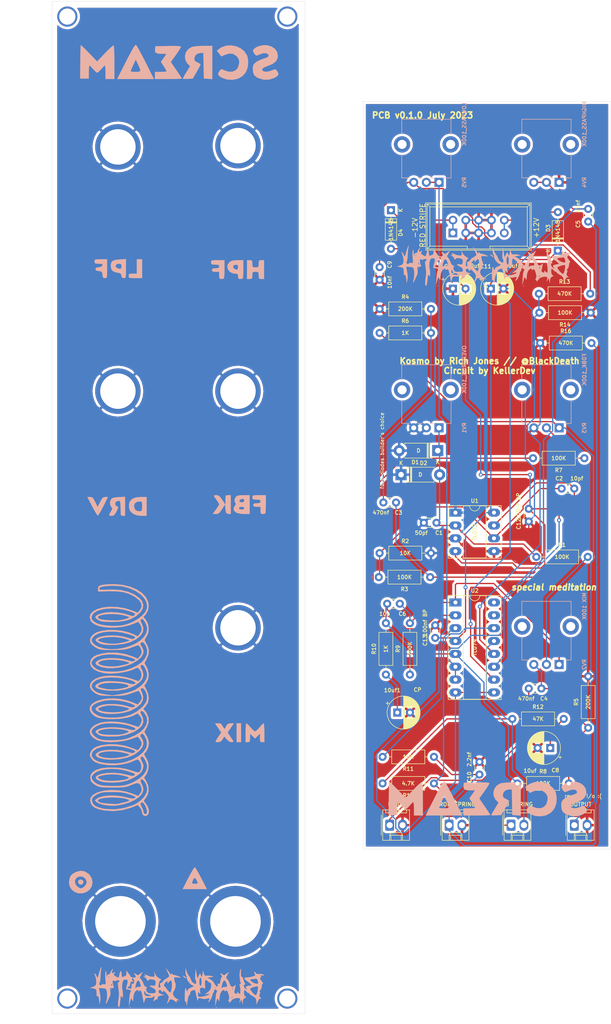
<source format=kicad_pcb>
(kicad_pcb (version 20171130) (host pcbnew "(5.1.12-1-10_14)")
  (layers (0 F.Cu signal) (31 B.Cu signal) (34 B.Paste user) (35 F.Paste user) (36 B.SilkS user) (37 F.SilkS user) (38 B.Mask user) (39 F.Mask user) (44 Edge.Cuts user))
  (net 0 "")
  (net 1 "Net-(10uf1-Pad1)")
  (net 2 GND)
  (net 3 "Net-(C1-Pad2)")
  (net 4 "Net-(C1-Pad1)")
  (net 5 "Net-(C2-Pad1)")
  (net 6 "Net-(C2-Pad2)")
  (net 7 "Net-(C3-Pad2)")
  (net 8 "Net-(C4-Pad2)")
  (net 9 "Net-(C4-Pad1)")
  (net 10 "Net-(C5-Pad2)")
  (net 11 "Net-(C5-Pad1)")
  (net 12 "Net-(C6-Pad1)")
  (net 13 "Net-(C6-Pad2)")
  (net 14 "Net-(C12-Pad2)")
  (net 15 "Net-(C8-Pad1)")
  (net 16 "Net-(C9-Pad1)")
  (net 17 "Net-(C10-Pad1)")
  (net 18 "Net-(C11-Pad1)")
  (net 19 "Net-(D3-Pad2)")
  (net 20 "Net-(D4-Pad1)")
  (net 21 "Net-(J2-Pad1)")
  (net 22 "Net-(R1-Pad2)")
  (net 23 "Net-(R7-Pad1)")
  (net 24 "Net-(R7-Pad2)")
  (net 25 "Net-(R11-Pad2)")
  (net 26 "Net-(J3-Pad2)")
  (net 27 "Net-(R13-Pad1)")
  (net 28 "Net-(J3-Pad1)")
  (net 29 "Net-(RV5-Pad1)")
  (module ao_tht:BD3 (layer B.Cu) (at 403.75 -19.5 180)
    (fp_text reference G*** hide)
    (fp_text value LOGO hide)
  )
  (module ao_tht:scream5 (layer B.Cu) (at 404 86.25 180)
    (fp_text reference G*** hide)
    (fp_text value LOGO hide)
  )
  (module ao_tht:spring2 (layer B.Cu) (at 331 66.25 180)
    (fp_text reference G*** hide)
    (fp_text value LOGO hide)
  )
  (module ao_tht:mix (layer B.Cu) (at 355.25 73 180)
    (fp_text reference G*** hide)
    (fp_text value LOGO hide)
  )
  (module ao_tht:drv (layer B.Cu) (at 331.25 27.75 180)
    (fp_text reference G*** hide)
    (fp_text value LOGO hide)
  )
  (module ao_tht:fbk (layer B.Cu) (at 355 27.75 180)
    (fp_text reference G*** hide)
    (fp_text value LOGO hide)
  )
  (module ao_tht:lpf (layer B.Cu) (at 331.25 -18.5 180)
    (fp_text reference G*** hide)
    (fp_text value LOGO hide)
  )
  (module ao_tht:hpf (layer B.Cu) (at 355 -18.5 180)
    (fp_text reference G*** hide)
    (fp_text value LOGO hide)
  )
  (module ao_tht:scream5 (layer B.Cu) (at 343 -59.25 180)
    (fp_text reference G*** hide)
    (fp_text value LOGO hide)
  )
  (module ao_tht:CP_Radial_D6.3mm_P2.50mm (layer F.Cu) (at 386.5 68.75)
    (fp_text reference 10uf1 (at -1 -4.4) (layer F.SilkS) (effects (font (size 0.75 0.75))))
    (fp_text value CP)
    (fp_text user %V (at 4 -4.5) (layer F.SilkS) (effects (font (size 0.75 0.75))))
    (pad 1 thru_hole rect (at 0 0) (size 1.6 1.6) (drill 0.8) (layers *.Cu *.Mask) (net 1 "Net-(10uf1-Pad1)"))
    (pad 2 thru_hole circle (at 2.5 0) (size 1.6 1.6) (drill 0.8) (layers *.Cu *.Mask) (net 2 GND))
  )
  (module ao_tht:C_Disc_D3.0mm_W1.6mm_P2.50mm (layer F.Cu) (at 394.25 31.25 180)
    (fp_text reference C1 (at -0.5 -2) (layer F.SilkS) (effects (font (size 0.75 0.75))))
    (fp_text value 50pf)
    (fp_text user %V (at 3 -2) (layer F.SilkS) (effects (font (size 0.75 0.75))))
    (pad 2 thru_hole circle (at 2.5 0 180) (size 1.6 1.6) (drill 0.8) (layers *.Cu *.Mask) (net 3 "Net-(C1-Pad2)"))
    (pad 1 thru_hole circle (at 0 0 180) (size 1.6 1.6) (drill 0.8) (layers *.Cu *.Mask) (net 4 "Net-(C1-Pad1)"))
  )
  (module ao_tht:C_Disc_D3.0mm_W1.6mm_P2.50mm (layer F.Cu) (at 419 24.5)
    (fp_text reference C2 (at -0.5 -2) (layer F.SilkS) (effects (font (size 0.75 0.75))))
    (fp_text value 10pf)
    (fp_text user %V (at 3 -2) (layer F.SilkS) (effects (font (size 0.75 0.75))))
    (pad 1 thru_hole circle (at 0 0) (size 1.6 1.6) (drill 0.8) (layers *.Cu *.Mask) (net 5 "Net-(C2-Pad1)"))
    (pad 2 thru_hole circle (at 2.5 0) (size 1.6 1.6) (drill 0.8) (layers *.Cu *.Mask) (net 6 "Net-(C2-Pad2)"))
  )
  (module ao_tht:C_Disc_D3.0mm_W1.6mm_P2.50mm (layer F.Cu) (at 386.25 27.25 180)
    (fp_text reference C3 (at -0.5 -2) (layer F.SilkS) (effects (font (size 0.75 0.75))))
    (fp_text value 470nf)
    (fp_text user %V (at 3 -2) (layer F.SilkS) (effects (font (size 0.75 0.75))))
    (pad 1 thru_hole circle (at 0 0 180) (size 1.6 1.6) (drill 0.8) (layers *.Cu *.Mask) (net 6 "Net-(C2-Pad2)"))
    (pad 2 thru_hole circle (at 2.5 0 180) (size 1.6 1.6) (drill 0.8) (layers *.Cu *.Mask) (net 7 "Net-(C3-Pad2)"))
  )
  (module ao_tht:C_Disc_D3.0mm_W1.6mm_P2.50mm (layer F.Cu) (at 415 64 180)
    (fp_text reference C4 (at -0.5 -2) (layer F.SilkS) (effects (font (size 0.75 0.75))))
    (fp_text value 470nf)
    (fp_text user %V (at 3 -2) (layer F.SilkS) (effects (font (size 0.75 0.75))))
    (pad 2 thru_hole circle (at 2.5 0 180) (size 1.6 1.6) (drill 0.8) (layers *.Cu *.Mask) (net 8 "Net-(C4-Pad2)"))
    (pad 1 thru_hole circle (at 0 0 180) (size 1.6 1.6) (drill 0.8) (layers *.Cu *.Mask) (net 9 "Net-(C4-Pad1)"))
  )
  (module ao_tht:C_Disc_D3.0mm_W1.6mm_P2.50mm (layer F.Cu) (at 424.25 -28.25 90)
    (fp_text reference C5 (at -0.5 -2 90) (layer F.SilkS) (effects (font (size 0.75 0.75))))
    (fp_text value 47nf)
    (fp_text user %V (at 3 -2 90) (layer F.SilkS) (effects (font (size 0.75 0.75))))
    (pad 2 thru_hole circle (at 2.5 0 90) (size 1.6 1.6) (drill 0.8) (layers *.Cu *.Mask) (net 10 "Net-(C5-Pad2)"))
    (pad 1 thru_hole circle (at 0 0 90) (size 1.6 1.6) (drill 0.8) (layers *.Cu *.Mask) (net 11 "Net-(C5-Pad1)"))
  )
  (module ao_tht:C_Disc_D3.0mm_W1.6mm_P2.50mm (layer F.Cu) (at 387 47.25 180)
    (fp_text reference C6 (at -0.5 -2) (layer F.SilkS) (effects (font (size 0.75 0.75))))
    (fp_text value 10p)
    (fp_text user %V (at 3 -2) (layer F.SilkS) (effects (font (size 0.75 0.75))))
    (pad 1 thru_hole circle (at 0 0 180) (size 1.6 1.6) (drill 0.8) (layers *.Cu *.Mask) (net 12 "Net-(C6-Pad1)"))
    (pad 2 thru_hole circle (at 2.5 0 180) (size 1.6 1.6) (drill 0.8) (layers *.Cu *.Mask) (net 13 "Net-(C6-Pad2)"))
  )
  (module ao_tht:CP_Radial_D6.3mm_P2.50mm (layer F.Cu) (at 416.75 75.75 180)
    (fp_text reference C8 (at -1 -4.4) (layer F.SilkS) (effects (font (size 0.75 0.75))))
    (fp_text value 10uf)
    (fp_text user %V (at 4 -4.5) (layer F.SilkS) (effects (font (size 0.75 0.75))))
    (pad 1 thru_hole rect (at 0 0 180) (size 1.6 1.6) (drill 0.8) (layers *.Cu *.Mask) (net 15 "Net-(C8-Pad1)"))
    (pad 2 thru_hole circle (at 2.5 0 180) (size 1.6 1.6) (drill 0.8) (layers *.Cu *.Mask) (net 2 GND))
  )
  (module ao_tht:C_Disc_D3.0mm_W1.6mm_P2.50mm (layer F.Cu) (at 383 -19.25 270)
    (fp_text reference C9 (at -0.5 -2 90) (layer F.SilkS) (effects (font (size 0.75 0.75))))
    (fp_text value 10nf)
    (fp_text user %V (at 3 -2 90) (layer F.SilkS) (effects (font (size 0.75 0.75))))
    (pad 1 thru_hole circle (at 0 0 270) (size 1.6 1.6) (drill 0.8) (layers *.Cu *.Mask) (net 16 "Net-(C9-Pad1)"))
    (pad 2 thru_hole circle (at 2.5 0 270) (size 1.6 1.6) (drill 0.8) (layers *.Cu *.Mask) (net 2 GND))
  )
  (module ao_tht:C_Disc_D3.0mm_W1.6mm_P2.50mm (layer F.Cu) (at 402.75 81 90)
    (fp_text reference C10 (at -0.5 -2 90) (layer F.SilkS) (effects (font (size 0.75 0.75))))
    (fp_text value 2.2nf)
    (fp_text user %V (at 3 -2 90) (layer F.SilkS) (effects (font (size 0.75 0.75))))
    (pad 1 thru_hole circle (at 0 0 90) (size 1.6 1.6) (drill 0.8) (layers *.Cu *.Mask) (net 17 "Net-(C10-Pad1)"))
    (pad 2 thru_hole circle (at 2.5 0 90) (size 1.6 1.6) (drill 0.8) (layers *.Cu *.Mask) (net 2 GND))
  )
  (module ao_tht:CP_Radial_D6.3mm_P2.50mm (layer F.Cu) (at 405 -15)
    (fp_text reference C11 (at -1 -4.4) (layer F.SilkS) (effects (font (size 0.75 0.75))))
    (fp_text value 10uf)
    (fp_text user %V (at 4 -4.5) (layer F.SilkS) (effects (font (size 0.75 0.75))))
    (pad 2 thru_hole circle (at 2.5 0) (size 1.6 1.6) (drill 0.8) (layers *.Cu *.Mask) (net 2 GND))
    (pad 1 thru_hole rect (at 0 0) (size 1.6 1.6) (drill 0.8) (layers *.Cu *.Mask) (net 18 "Net-(C11-Pad1)"))
  )
  (module ao_tht:C_Disc_D3.0mm_W1.6mm_P2.50mm (layer F.Cu) (at 412.5 31 90)
    (fp_text reference C12 (at -0.5 -2 90) (layer F.SilkS) (effects (font (size 0.75 0.75))))
    (fp_text value "100nf BP")
    (fp_text user %V (at 3 -2 90) (layer F.SilkS) (effects (font (size 0.75 0.75))))
    (pad 2 thru_hole circle (at 2.5 0 90) (size 1.6 1.6) (drill 0.8) (layers *.Cu *.Mask) (net 14 "Net-(C12-Pad2)"))
    (pad 1 thru_hole circle (at 0 0 90) (size 1.6 1.6) (drill 0.8) (layers *.Cu *.Mask) (net 2 GND))
  )
  (module ao_tht:C_Disc_D3.0mm_W1.6mm_P2.50mm (layer F.Cu) (at 394 54 90)
    (fp_text reference C13 (at -0.5 -2 90) (layer F.SilkS) (effects (font (size 0.75 0.75))))
    (fp_text value "100nf BP")
    (fp_text user %V (at 3 -2 90) (layer F.SilkS) (effects (font (size 0.75 0.75))))
    (pad 1 thru_hole circle (at 0 0 90) (size 1.6 1.6) (drill 0.8) (layers *.Cu *.Mask) (net 18 "Net-(C11-Pad1)"))
    (pad 2 thru_hole circle (at 2.5 0 90) (size 1.6 1.6) (drill 0.8) (layers *.Cu *.Mask) (net 2 GND))
  )
  (module ao_tht:D_DO-41_SOD81_P7.62mm_Horizontal (layer F.Cu) (at 394.5 17 180)
    (fp_text reference D1 (at 4.445 -2.286) (layer F.SilkS) (effects (font (size 0.75 0.75))))
    (fp_text value D)
    (fp_text user K (at 0 -2.286) (layer F.SilkS) (effects (font (size 0.75 0.75))))
    (fp_text user %V (at 3.81 0) (layer F.SilkS) (effects (font (size 0.75 0.75))))
    (pad 2 thru_hole oval (at 7.62 0 180) (size 2.2 2.2) (drill 1.1) (layers *.Cu *.Mask) (net 3 "Net-(C1-Pad2)"))
    (pad 1 thru_hole rect (at 0 0 180) (size 2.2 2.2) (drill 1.1) (layers *.Cu *.Mask) (net 4 "Net-(C1-Pad1)"))
  )
  (module ao_tht:D_DO-41_SOD81_P7.62mm_Horizontal (layer F.Cu) (at 387.25 21.75)
    (fp_text reference D2 (at 4.445 -2.286) (layer F.SilkS) (effects (font (size 0.75 0.75))))
    (fp_text value D)
    (fp_text user %V (at 3.81 0) (layer F.SilkS) (effects (font (size 0.75 0.75))))
    (fp_text user K (at 0 -2.286) (layer F.SilkS) (effects (font (size 0.75 0.75))))
    (pad 1 thru_hole rect (at 0 0) (size 2.2 2.2) (drill 1.1) (layers *.Cu *.Mask) (net 3 "Net-(C1-Pad2)"))
    (pad 2 thru_hole oval (at 7.62 0) (size 2.2 2.2) (drill 1.1) (layers *.Cu *.Mask) (net 4 "Net-(C1-Pad1)"))
  )
  (module ao_tht:D_DO-35_SOD27_P7.62mm_Horizontal (layer F.Cu) (at 418.25 -22.5 90)
    (fp_text reference D3 (at 4.445 -1.905 270) (layer F.SilkS) (effects (font (size 0.75 0.75))))
    (fp_text value 1N4148)
    (fp_text user K (at 0 -1.905 270) (layer F.SilkS) (effects (font (size 0.75 0.75))))
    (fp_text user %V (at 3.81 0 270) (layer F.SilkS) (effects (font (size 0.75 0.75))))
    (pad 2 thru_hole oval (at 7.62 0 90) (size 1.6 1.6) (drill 0.8) (layers *.Cu *.Mask) (net 19 "Net-(D3-Pad2)"))
    (pad 1 thru_hole rect (at 0 0 90) (size 1.6 1.6) (drill 0.8) (layers *.Cu *.Mask) (net 18 "Net-(C11-Pad1)"))
  )
  (module ao_tht:D_DO-35_SOD27_P7.62mm_Horizontal (layer F.Cu) (at 385.25 -30.5 270)
    (fp_text reference D4 (at 4.445 -1.905 270) (layer F.SilkS) (effects (font (size 0.75 0.75))))
    (fp_text value 1N4148)
    (fp_text user %V (at 3.81 0 270) (layer F.SilkS) (effects (font (size 0.75 0.75))))
    (fp_text user K (at 0 -1.905 270) (layer F.SilkS) (effects (font (size 0.75 0.75))))
    (pad 1 thru_hole rect (at 0 0 270) (size 1.6 1.6) (drill 0.8) (layers *.Cu *.Mask) (net 20 "Net-(D4-Pad1)"))
    (pad 2 thru_hole oval (at 7.62 0 270) (size 1.6 1.6) (drill 0.8) (layers *.Cu *.Mask) (net 14 "Net-(C12-Pad2)"))
  )
  (module ao_tht:Molex_KK-254_AE-6410-02A_1x02_P2.54mm_Vertical (layer F.Cu) (at 385 91)
    (fp_text reference INPUT (at 1.27 -4.12) (layer F.SilkS) (effects (font (size 0.75 0.75))))
    (fp_text value INPUT)
    (pad 2 thru_hole oval (at 2.54 0) (size 1.74 2.2) (drill 1.2) (layers *.Cu *.Mask) (net 2 GND))
    (pad 1 thru_hole roundrect (at 0 0) (size 1.74 2.2) (drill 1.2) (layers *.Cu *.Mask) (roundrect_rratio 0.143678) (net 8 "Net-(C4-Pad2)"))
  )
  (module ao_tht:Molex_KK-254_AE-6410-02A_1x02_P2.54mm_Vertical (layer F.Cu) (at 421.5 91)
    (fp_text reference OUTPUT (at 1.27 -4.12) (layer F.SilkS) (effects (font (size 0.75 0.75))))
    (fp_text value OUTPUT)
    (pad 1 thru_hole roundrect (at 0 0) (size 1.74 2.2) (drill 1.2) (layers *.Cu *.Mask) (roundrect_rratio 0.143678) (net 21 "Net-(J2-Pad1)"))
    (pad 2 thru_hole oval (at 2.54 0) (size 1.74 2.2) (drill 1.2) (layers *.Cu *.Mask) (net 2 GND))
  )
  (module ao_tht:Power_Header (layer F.Cu) (at 397.5 -26 90)
    (fp_text reference J5 (at -10.25 6.5 270) (layer F.SilkS) (effects (font (size 0.75 0.75))))
    (fp_text value Synth_power_2x5)
    (fp_text user +12V (at 1 16.5 270) (layer F.SilkS))
    (fp_text user -12V (at 1 -7.5 270) (layer F.SilkS))
    (fp_text user "RED STRIPE" (at 1.5 -6 270) (layer F.SilkS))
    (pad 1 thru_hole rect (at 0 0 90) (size 1.7272 1.7272) (drill 1.016) (layers *.Cu *.Mask) (net 20 "Net-(D4-Pad1)"))
    (pad 2 thru_hole oval (at 2.54 0 90) (size 1.7272 1.7272) (drill 1.016) (layers *.Cu *.Mask) (net 20 "Net-(D4-Pad1)"))
    (pad 3 thru_hole oval (at 0 2.54 90) (size 1.7272 1.7272) (drill 1.016) (layers *.Cu *.Mask) (net 2 GND))
    (pad 4 thru_hole oval (at 2.54 2.54 90) (size 1.7272 1.7272) (drill 1.016) (layers *.Cu *.Mask) (net 2 GND))
    (pad 5 thru_hole oval (at 0 5.08 90) (size 1.7272 1.7272) (drill 1.016) (layers *.Cu *.Mask) (net 2 GND))
    (pad 6 thru_hole oval (at 2.54 5.08 90) (size 1.7272 1.7272) (drill 1.016) (layers *.Cu *.Mask) (net 2 GND))
    (pad 7 thru_hole oval (at 0 7.62 90) (size 1.7272 1.7272) (drill 1.016) (layers *.Cu *.Mask) (net 2 GND))
    (pad 8 thru_hole oval (at 2.54 7.62 90) (size 1.7272 1.7272) (drill 1.016) (layers *.Cu *.Mask) (net 2 GND))
    (pad 9 thru_hole oval (at 0 10.16 90) (size 1.7272 1.7272) (drill 1.016) (layers *.Cu *.Mask) (net 19 "Net-(D3-Pad2)"))
    (pad 10 thru_hole oval (at 2.54 10.16 90) (size 1.7272 1.7272) (drill 1.016) (layers *.Cu *.Mask) (net 19 "Net-(D3-Pad2)"))
  )
  (module ao_tht:R_Axial_DIN0207_L6.3mm_D2.5mm_P10.16mm_Horizontal (layer F.Cu) (at 414 38)
    (fp_text reference R1 (at 5.08 -2.37) (layer F.SilkS) (effects (font (size 0.75 0.75))))
    (fp_text value 100K)
    (fp_text user %V (at 5.08 0) (layer F.SilkS) (effects (font (size 0.75 0.75))))
    (pad 2 thru_hole oval (at 10.16 0) (size 1.6 1.6) (drill 0.8) (layers *.Cu *.Mask) (net 22 "Net-(R1-Pad2)"))
    (pad 1 thru_hole circle (at 0 0) (size 1.6 1.6) (drill 0.8) (layers *.Cu *.Mask) (net 4 "Net-(C1-Pad1)"))
  )
  (module ao_tht:R_Axial_DIN0207_L6.3mm_D2.5mm_P10.16mm_Horizontal (layer F.Cu) (at 383 37.25)
    (fp_text reference R2 (at 5.08 -2.37) (layer F.SilkS) (effects (font (size 0.75 0.75))))
    (fp_text value 10K)
    (fp_text user %V (at 5.08 0) (layer F.SilkS) (effects (font (size 0.75 0.75))))
    (pad 2 thru_hole oval (at 10.16 0) (size 1.6 1.6) (drill 0.8) (layers *.Cu *.Mask) (net 3 "Net-(C1-Pad2)"))
    (pad 1 thru_hole circle (at 0 0) (size 1.6 1.6) (drill 0.8) (layers *.Cu *.Mask) (net 5 "Net-(C2-Pad1)"))
  )
  (module ao_tht:R_Axial_DIN0207_L6.3mm_D2.5mm_P10.16mm_Horizontal (layer F.Cu) (at 393 42 180)
    (fp_text reference R3 (at 5.08 -2.37) (layer F.SilkS) (effects (font (size 0.75 0.75))))
    (fp_text value 100K)
    (fp_text user %V (at 5.08 0) (layer F.SilkS) (effects (font (size 0.75 0.75))))
    (pad 1 thru_hole circle (at 0 0 180) (size 1.6 1.6) (drill 0.8) (layers *.Cu *.Mask) (net 6 "Net-(C2-Pad2)"))
    (pad 2 thru_hole oval (at 10.16 0 180) (size 1.6 1.6) (drill 0.8) (layers *.Cu *.Mask) (net 5 "Net-(C2-Pad1)"))
  )
  (module ao_tht:R_Axial_DIN0207_L6.3mm_D2.5mm_P10.16mm_Horizontal (layer F.Cu) (at 383 -11)
    (fp_text reference R4 (at 5.08 -2.37) (layer F.SilkS) (effects (font (size 0.75 0.75))))
    (fp_text value 200K)
    (fp_text user %V (at 5.08 0) (layer F.SilkS) (effects (font (size 0.75 0.75))))
    (pad 1 thru_hole circle (at 0 0) (size 1.6 1.6) (drill 0.8) (layers *.Cu *.Mask) (net 2 GND))
    (pad 2 thru_hole oval (at 10.16 0) (size 1.6 1.6) (drill 0.8) (layers *.Cu *.Mask) (net 7 "Net-(C3-Pad2)"))
  )
  (module ao_tht:R_Axial_DIN0207_L6.3mm_D2.5mm_P10.16mm_Horizontal (layer F.Cu) (at 424.25 71.75 90)
    (fp_text reference R5 (at 5.08 -2.37 90) (layer F.SilkS) (effects (font (size 0.75 0.75))))
    (fp_text value 200K)
    (fp_text user %V (at 5.08 0 90) (layer F.SilkS) (effects (font (size 0.75 0.75))))
    (pad 2 thru_hole oval (at 10.16 0 90) (size 1.6 1.6) (drill 0.8) (layers *.Cu *.Mask) (net 2 GND))
    (pad 1 thru_hole circle (at 0 0 90) (size 1.6 1.6) (drill 0.8) (layers *.Cu *.Mask) (net 9 "Net-(C4-Pad1)"))
  )
  (module ao_tht:R_Axial_DIN0207_L6.3mm_D2.5mm_P10.16mm_Horizontal (layer F.Cu) (at 383 -6.25)
    (fp_text reference R6 (at 5.08 -2.37) (layer F.SilkS) (effects (font (size 0.75 0.75))))
    (fp_text value 1K)
    (fp_text user %V (at 5.08 0) (layer F.SilkS) (effects (font (size 0.75 0.75))))
    (pad 2 thru_hole oval (at 10.16 0) (size 1.6 1.6) (drill 0.8) (layers *.Cu *.Mask) (net 7 "Net-(C3-Pad2)"))
    (pad 1 thru_hole circle (at 0 0) (size 1.6 1.6) (drill 0.8) (layers *.Cu *.Mask) (net 21 "Net-(J2-Pad1)"))
  )
  (module ao_tht:R_Axial_DIN0207_L6.3mm_D2.5mm_P10.16mm_Horizontal (layer F.Cu) (at 423.5 18.5 180)
    (fp_text reference R7 (at 5.08 -2.37) (layer F.SilkS) (effects (font (size 0.75 0.75))))
    (fp_text value 100K)
    (fp_text user %V (at 5.08 0) (layer F.SilkS) (effects (font (size 0.75 0.75))))
    (pad 1 thru_hole circle (at 0 0 180) (size 1.6 1.6) (drill 0.8) (layers *.Cu *.Mask) (net 23 "Net-(R7-Pad1)"))
    (pad 2 thru_hole oval (at 10.16 0 180) (size 1.6 1.6) (drill 0.8) (layers *.Cu *.Mask) (net 24 "Net-(R7-Pad2)"))
  )
  (module ao_tht:R_Axial_DIN0207_L6.3mm_D2.5mm_P10.16mm_Horizontal (layer F.Cu) (at 410.25 82.75)
    (fp_text reference R8 (at 5.08 -2.37) (layer F.SilkS) (effects (font (size 0.75 0.75))))
    (fp_text value 100K)
    (fp_text user %V (at 5.08 0) (layer F.SilkS) (effects (font (size 0.75 0.75))))
    (pad 1 thru_hole circle (at 0 0) (size 1.6 1.6) (drill 0.8) (layers *.Cu *.Mask) (net 24 "Net-(R7-Pad2)"))
    (pad 2 thru_hole oval (at 10.16 0) (size 1.6 1.6) (drill 0.8) (layers *.Cu *.Mask) (net 9 "Net-(C4-Pad1)"))
  )
  (module ao_tht:R_Axial_DIN0207_L6.3mm_D2.5mm_P10.16mm_Horizontal (layer F.Cu) (at 389 61.25 90)
    (fp_text reference R9 (at 5.08 -2.37 90) (layer F.SilkS) (effects (font (size 0.75 0.75))))
    (fp_text value 200K)
    (fp_text user %V (at 5.08 0 90) (layer F.SilkS) (effects (font (size 0.75 0.75))))
    (pad 1 thru_hole circle (at 0 0 90) (size 1.6 1.6) (drill 0.8) (layers *.Cu *.Mask) (net 13 "Net-(C6-Pad2)"))
    (pad 2 thru_hole oval (at 10.16 0 90) (size 1.6 1.6) (drill 0.8) (layers *.Cu *.Mask) (net 12 "Net-(C6-Pad1)"))
  )
  (module ao_tht:R_Axial_DIN0207_L6.3mm_D2.5mm_P10.16mm_Horizontal (layer F.Cu) (at 384.25 61.25 90)
    (fp_text reference R10 (at 5.08 -2.37 90) (layer F.SilkS) (effects (font (size 0.75 0.75))))
    (fp_text value 1K)
    (fp_text user %V (at 5.08 0 90) (layer F.SilkS) (effects (font (size 0.75 0.75))))
    (pad 2 thru_hole oval (at 10.16 0 90) (size 1.6 1.6) (drill 0.8) (layers *.Cu *.Mask) (net 13 "Net-(C6-Pad2)"))
    (pad 1 thru_hole circle (at 0 0 90) (size 1.6 1.6) (drill 0.8) (layers *.Cu *.Mask) (net 1 "Net-(10uf1-Pad1)"))
  )
  (module ao_tht:R_Axial_DIN0207_L6.3mm_D2.5mm_P10.16mm_Horizontal (layer F.Cu) (at 393.75 77.5 180)
    (fp_text reference R11 (at 5.08 -2.37) (layer F.SilkS) (effects (font (size 0.75 0.75))))
    (fp_text value 10K)
    (fp_text user %V (at 5.08 0) (layer F.SilkS) (effects (font (size 0.75 0.75))))
    (pad 1 thru_hole circle (at 0 0 180) (size 1.6 1.6) (drill 0.8) (layers *.Cu *.Mask) (net 17 "Net-(C10-Pad1)"))
    (pad 2 thru_hole oval (at 10.16 0 180) (size 1.6 1.6) (drill 0.8) (layers *.Cu *.Mask) (net 25 "Net-(R11-Pad2)"))
  )
  (module ao_tht:R_Axial_DIN0207_L6.3mm_D2.5mm_P10.16mm_Horizontal (layer F.Cu) (at 409.25 70)
    (fp_text reference R12 (at 5.08 -2.37) (layer F.SilkS) (effects (font (size 0.75 0.75))))
    (fp_text value 47K)
    (fp_text user %V (at 5.08 0) (layer F.SilkS) (effects (font (size 0.75 0.75))))
    (pad 2 thru_hole oval (at 10.16 0) (size 1.6 1.6) (drill 0.8) (layers *.Cu *.Mask) (net 15 "Net-(C8-Pad1)"))
    (pad 1 thru_hole circle (at 0 0) (size 1.6 1.6) (drill 0.8) (layers *.Cu *.Mask) (net 26 "Net-(J3-Pad2)"))
  )
  (module ao_tht:R_Axial_DIN0207_L6.3mm_D2.5mm_P10.16mm_Horizontal (layer F.Cu) (at 414.5 -14)
    (fp_text reference R13 (at 5.08 -2.37) (layer F.SilkS) (effects (font (size 0.75 0.75))))
    (fp_text value 470K)
    (fp_text user %V (at 5.08 0) (layer F.SilkS) (effects (font (size 0.75 0.75))))
    (pad 1 thru_hole circle (at 0 0) (size 1.6 1.6) (drill 0.8) (layers *.Cu *.Mask) (net 27 "Net-(R13-Pad1)"))
    (pad 2 thru_hole oval (at 10.16 0) (size 1.6 1.6) (drill 0.8) (layers *.Cu *.Mask) (net 16 "Net-(C9-Pad1)"))
  )
  (module ao_tht:R_Axial_DIN0207_L6.3mm_D2.5mm_P10.16mm_Horizontal (layer F.Cu) (at 424.75 -10.25 180)
    (fp_text reference R14 (at 5.08 -2.37) (layer F.SilkS) (effects (font (size 0.75 0.75))))
    (fp_text value 100K)
    (fp_text user %V (at 5.08 0) (layer F.SilkS) (effects (font (size 0.75 0.75))))
    (pad 1 thru_hole circle (at 0 0 180) (size 1.6 1.6) (drill 0.8) (layers *.Cu *.Mask) (net 2 GND))
    (pad 2 thru_hole oval (at 10.16 0 180) (size 1.6 1.6) (drill 0.8) (layers *.Cu *.Mask) (net 27 "Net-(R13-Pad1)"))
  )
  (module ao_tht:R_Axial_DIN0207_L6.3mm_D2.5mm_P10.16mm_Horizontal (layer F.Cu) (at 393.75 82.75 180)
    (fp_text reference R15 (at 5.08 -2.37) (layer F.SilkS) (effects (font (size 0.75 0.75))))
    (fp_text value 4.7K)
    (fp_text user %V (at 5.08 0) (layer F.SilkS) (effects (font (size 0.75 0.75))))
    (pad 2 thru_hole oval (at 10.16 0 180) (size 1.6 1.6) (drill 0.8) (layers *.Cu *.Mask) (net 26 "Net-(J3-Pad2)"))
    (pad 1 thru_hole circle (at 0 0 180) (size 1.6 1.6) (drill 0.8) (layers *.Cu *.Mask) (net 28 "Net-(J3-Pad1)"))
  )
  (module ao_tht:R_Axial_DIN0207_L6.3mm_D2.5mm_P10.16mm_Horizontal (layer F.Cu) (at 414.75 -4.25)
    (fp_text reference R16 (at 5.08 -2.37) (layer F.SilkS) (effects (font (size 0.75 0.75))))
    (fp_text value 470K)
    (fp_text user %V (at 5.08 0) (layer F.SilkS) (effects (font (size 0.75 0.75))))
    (pad 2 thru_hole oval (at 10.16 0) (size 1.6 1.6) (drill 0.8) (layers *.Cu *.Mask) (net 17 "Net-(C10-Pad1)"))
    (pad 1 thru_hole circle (at 0 0) (size 1.6 1.6) (drill 0.8) (layers *.Cu *.Mask) (net 2 GND))
  )
  (module ao_tht:Potentiometer_Alpha_RD901F-40-00D_Single_Vertical_CircularHoles_centered (layer B.Cu) (at 392.25 5 90)
    (fp_text reference RV1 (at -7.5 7.5 90) (layer B.SilkS) (effects (font (size 0.75 0.75)) (justify mirror)))
    (fp_text value OVERDRIVE_100K)
    (fp_text user %V (at 4 7.5 270) (layer B.SilkS) (effects (font (size 0.75 0.75)) (justify mirror)))
    (pad 1 thru_hole rect (at -7.5 2.5) (size 1.8 1.8) (drill 1) (layers *.Cu *.Mask) (net 4 "Net-(C1-Pad1)"))
    (pad 2 thru_hole circle (at -7.5 0) (size 1.8 1.8) (drill 1) (layers *.Cu *.Mask) (net 3 "Net-(C1-Pad2)"))
    (pad 3 thru_hole circle (at -7.5 -2.5) (size 1.8 1.8) (drill 1) (layers *.Cu *.Mask) (net 3 "Net-(C1-Pad2)"))
    (pad "" thru_hole circle (at 0 -4.8) (size 3.24 3.24) (drill 1.8) (layers *.Cu *.Mask))
    (pad "" thru_hole circle (at 0 4.8) (size 3.24 3.24) (drill 1.8) (layers *.Cu *.Mask))
  )
  (module ao_tht:Potentiometer_Alpha_RD901F-40-00D_Single_Vertical_CircularHoles_centered (layer B.Cu) (at 416 51.75 90)
    (fp_text reference RV2 (at -7.5 7.5 90) (layer B.SilkS) (effects (font (size 0.75 0.75)) (justify mirror)))
    (fp_text value "MIX 100K")
    (fp_text user %V (at 4 7.5 270) (layer B.SilkS) (effects (font (size 0.75 0.75)) (justify mirror)))
    (pad 1 thru_hole rect (at -7.5 2.5) (size 1.8 1.8) (drill 1) (layers *.Cu *.Mask) (net 12 "Net-(C6-Pad1)"))
    (pad 2 thru_hole circle (at -7.5 0) (size 1.8 1.8) (drill 1) (layers *.Cu *.Mask) (net 22 "Net-(R1-Pad2)"))
    (pad 3 thru_hole circle (at -7.5 -2.5) (size 1.8 1.8) (drill 1) (layers *.Cu *.Mask) (net 9 "Net-(C4-Pad1)"))
    (pad "" thru_hole circle (at 0 -4.8) (size 3.24 3.24) (drill 1.8) (layers *.Cu *.Mask))
    (pad "" thru_hole circle (at 0 4.8) (size 3.24 3.24) (drill 1.8) (layers *.Cu *.Mask))
  )
  (module ao_tht:Potentiometer_Alpha_RD901F-40-00D_Single_Vertical_CircularHoles_centered (layer B.Cu) (at 416 5 90)
    (fp_text reference RV3 (at -7.5 7.5 90) (layer B.SilkS) (effects (font (size 0.75 0.75)) (justify mirror)))
    (fp_text value FDBK_100K)
    (fp_text user %V (at 4 7.5 270) (layer B.SilkS) (effects (font (size 0.75 0.75)) (justify mirror)))
    (pad "" thru_hole circle (at 0 4.8) (size 3.24 3.24) (drill 1.8) (layers *.Cu *.Mask))
    (pad "" thru_hole circle (at 0 -4.8) (size 3.24 3.24) (drill 1.8) (layers *.Cu *.Mask))
    (pad 3 thru_hole circle (at -7.5 -2.5) (size 1.8 1.8) (drill 1) (layers *.Cu *.Mask) (net 2 GND))
    (pad 2 thru_hole circle (at -7.5 0) (size 1.8 1.8) (drill 1) (layers *.Cu *.Mask) (net 23 "Net-(R7-Pad1)"))
    (pad 1 thru_hole rect (at -7.5 2.5) (size 1.8 1.8) (drill 1) (layers *.Cu *.Mask) (net 21 "Net-(J2-Pad1)"))
  )
  (module ao_tht:Potentiometer_Alpha_RD901F-40-00D_Single_Vertical_CircularHoles_centered (layer B.Cu) (at 416 -43.5 90)
    (fp_text reference RV4 (at -7.5 7.5 90) (layer B.SilkS) (effects (font (size 0.75 0.75)) (justify mirror)))
    (fp_text value HIGHPASS_100K)
    (fp_text user %V (at 4 7.5 270) (layer B.SilkS) (effects (font (size 0.75 0.75)) (justify mirror)))
    (pad 1 thru_hole rect (at -7.5 2.5) (size 1.8 1.8) (drill 1) (layers *.Cu *.Mask) (net 2 GND))
    (pad 2 thru_hole circle (at -7.5 0) (size 1.8 1.8) (drill 1) (layers *.Cu *.Mask) (net 10 "Net-(C5-Pad2)"))
    (pad 3 thru_hole circle (at -7.5 -2.5) (size 1.8 1.8) (drill 1) (layers *.Cu *.Mask) (net 10 "Net-(C5-Pad2)"))
    (pad "" thru_hole circle (at 0 -4.8) (size 3.24 3.24) (drill 1.8) (layers *.Cu *.Mask))
    (pad "" thru_hole circle (at 0 4.8) (size 3.24 3.24) (drill 1.8) (layers *.Cu *.Mask))
  )
  (module ao_tht:Potentiometer_Alpha_RD901F-40-00D_Single_Vertical_CircularHoles_centered (layer B.Cu) (at 392.25 -43.5 90)
    (fp_text reference RV5 (at -7.5 7.5 90) (layer B.SilkS) (effects (font (size 0.75 0.75)) (justify mirror)))
    (fp_text value LOWPASS_100K)
    (fp_text user %V (at 4 7.5 270) (layer B.SilkS) (effects (font (size 0.75 0.75)) (justify mirror)))
    (pad "" thru_hole circle (at 0 4.8) (size 3.24 3.24) (drill 1.8) (layers *.Cu *.Mask))
    (pad "" thru_hole circle (at 0 -4.8) (size 3.24 3.24) (drill 1.8) (layers *.Cu *.Mask))
    (pad 3 thru_hole circle (at -7.5 -2.5) (size 1.8 1.8) (drill 1) (layers *.Cu *.Mask) (net 16 "Net-(C9-Pad1)"))
    (pad 2 thru_hole circle (at -7.5 0) (size 1.8 1.8) (drill 1) (layers *.Cu *.Mask) (net 29 "Net-(RV5-Pad1)"))
    (pad 1 thru_hole rect (at -7.5 2.5) (size 1.8 1.8) (drill 1) (layers *.Cu *.Mask) (net 29 "Net-(RV5-Pad1)"))
  )
  (module ao_tht:DIP-8_W7.62mm_Socket_LongPads (layer F.Cu) (at 398 29.25)
    (fp_text reference U1 (at 3.81 -2.33) (layer F.SilkS) (effects (font (size 0.75 0.75))))
    (fp_text value TL072)
    (fp_text user %V (at 3.81 3.81 90) (layer F.SilkS) (effects (font (size 0.75 0.75))))
    (pad 1 thru_hole rect (at 0 0) (size 2.4 1.6) (drill 0.8) (layers *.Cu *.Mask) (net 3 "Net-(C1-Pad2)"))
    (pad 5 thru_hole oval (at 7.62 7.62) (size 2.4 1.6) (drill 0.8) (layers *.Cu *.Mask) (net 2 GND))
    (pad 2 thru_hole oval (at 0 2.54) (size 2.4 1.6) (drill 0.8) (layers *.Cu *.Mask) (net 4 "Net-(C1-Pad1)"))
    (pad 6 thru_hole oval (at 7.62 5.08) (size 2.4 1.6) (drill 0.8) (layers *.Cu *.Mask) (net 5 "Net-(C2-Pad1)"))
    (pad 3 thru_hole oval (at 0 5.08) (size 2.4 1.6) (drill 0.8) (layers *.Cu *.Mask) (net 2 GND))
    (pad 7 thru_hole oval (at 7.62 2.54) (size 2.4 1.6) (drill 0.8) (layers *.Cu *.Mask) (net 6 "Net-(C2-Pad2)"))
    (pad 4 thru_hole oval (at 0 7.62) (size 2.4 1.6) (drill 0.8) (layers *.Cu *.Mask) (net 14 "Net-(C12-Pad2)"))
    (pad 8 thru_hole oval (at 7.62 0) (size 2.4 1.6) (drill 0.8) (layers *.Cu *.Mask) (net 18 "Net-(C11-Pad1)"))
  )
  (module ao_tht:DIP-16_W7.62mm_Socket_LongPads (layer F.Cu) (at 398 47)
    (fp_text reference U2 (at 3.81 -2.33) (layer F.SilkS) (effects (font (size 0.75 0.75))))
    (fp_text value TL074)
    (fp_text user %V (at 3.81 8.89 90) (layer F.SilkS) (effects (font (size 0.75 0.75))))
    (pad 1 thru_hole rect (at 0 0) (size 2.4 1.6) (drill 0.8) (layers *.Cu *.Mask) (net 12 "Net-(C6-Pad1)"))
    (pad 9 thru_hole oval (at 7.62 17.78) (size 2.4 1.6) (drill 0.8) (layers *.Cu *.Mask) (net 29 "Net-(RV5-Pad1)"))
    (pad 2 thru_hole oval (at 0 2.54) (size 2.4 1.6) (drill 0.8) (layers *.Cu *.Mask) (net 13 "Net-(C6-Pad2)"))
    (pad 10 thru_hole oval (at 7.62 15.24) (size 2.4 1.6) (drill 0.8) (layers *.Cu *.Mask) (net 10 "Net-(C5-Pad2)"))
    (pad 3 thru_hole oval (at 0 5.08) (size 2.4 1.6) (drill 0.8) (layers *.Cu *.Mask) (net 25 "Net-(R11-Pad2)"))
    (pad 11 thru_hole oval (at 7.62 12.7) (size 2.4 1.6) (drill 0.8) (layers *.Cu *.Mask) (net 14 "Net-(C12-Pad2)"))
    (pad 4 thru_hole oval (at 0 7.62) (size 2.4 1.6) (drill 0.8) (layers *.Cu *.Mask) (net 18 "Net-(C11-Pad1)"))
    (pad 12 thru_hole oval (at 7.62 10.16) (size 2.4 1.6) (drill 0.8) (layers *.Cu *.Mask) (net 27 "Net-(R13-Pad1)"))
    (pad 5 thru_hole oval (at 0 10.16) (size 2.4 1.6) (drill 0.8) (layers *.Cu *.Mask) (net 24 "Net-(R7-Pad2)"))
    (pad 13 thru_hole oval (at 7.62 7.62) (size 2.4 1.6) (drill 0.8) (layers *.Cu *.Mask) (net 26 "Net-(J3-Pad2)"))
    (pad 6 thru_hole oval (at 0 12.7) (size 2.4 1.6) (drill 0.8) (layers *.Cu *.Mask) (net 11 "Net-(C5-Pad1)"))
    (pad 14 thru_hole oval (at 7.62 5.08) (size 2.4 1.6) (drill 0.8) (layers *.Cu *.Mask) (net 28 "Net-(J3-Pad1)"))
    (pad 7 thru_hole oval (at 0 15.24) (size 2.4 1.6) (drill 0.8) (layers *.Cu *.Mask) (net 11 "Net-(C5-Pad1)"))
    (pad 15 thru_hole oval (at 7.62 2.54) (size 2.4 1.6) (drill 0.8) (layers *.Cu *.Mask))
    (pad 8 thru_hole oval (at 0 17.78) (size 2.4 1.6) (drill 0.8) (layers *.Cu *.Mask) (net 29 "Net-(RV5-Pad1)"))
    (pad 16 thru_hole oval (at 7.62 0) (size 2.4 1.6) (drill 0.8) (layers *.Cu *.Mask))
  )
  (module ao_tht:Molex_KK-254_AE-6410-02A_1x02_P2.54mm_Vertical (layer F.Cu) (at 409 91)
    (fp_text reference "TO SPRING" (at 1.27 -4.12) (layer F.SilkS) (effects (font (size 0.75 0.75))))
    (fp_text value TO_SPRING)
    (pad 1 thru_hole roundrect (at 0 0) (size 1.74 2.2) (drill 1.2) (layers *.Cu *.Mask) (roundrect_rratio 0.143678) (net 28 "Net-(J3-Pad1)"))
    (pad 2 thru_hole oval (at 2.54 0) (size 1.74 2.2) (drill 1.2) (layers *.Cu *.Mask) (net 26 "Net-(J3-Pad2)"))
  )
  (module ao_tht:Molex_KK-254_AE-6410-02A_1x02_P2.54mm_Vertical (layer F.Cu) (at 396.75 91)
    (fp_text reference "FROM SPRING" (at 1.27 -4.12) (layer F.SilkS) (effects (font (size 0.75 0.75))))
    (fp_text value FROM_SPRING)
    (pad 2 thru_hole oval (at 2.54 0) (size 1.74 2.2) (drill 1.2) (layers *.Cu *.Mask) (net 2 GND))
    (pad 1 thru_hole roundrect (at 0 0) (size 1.74 2.2) (drill 1.2) (layers *.Cu *.Mask) (roundrect_rratio 0.143678) (net 17 "Net-(C10-Pad1)"))
  )
  (module ao_panel:Kosmo_Pot_Hole (layer F.Cu) (at 355 52)
    (fp_text reference REF** hide)
    (fp_text value Kosmo_Pot_Hole)
    (pad 1 thru_hole circle (at 0 0) (size 9 9) (drill 7) (layers *.Cu *.Mask) (net 2 GND))
  )
  (module ao_panel:Kosmo_Pot_Hole (layer F.Cu) (at 355 5.25)
    (fp_text reference REF** hide)
    (fp_text value Kosmo_Pot_Hole)
    (pad 1 thru_hole circle (at 0 0) (size 9 9) (drill 7) (layers *.Cu *.Mask) (net 2 GND))
  )
  (module ao_panel:Kosmo_Pot_Hole (layer F.Cu) (at 331.25 5.25)
    (fp_text reference REF** hide)
    (fp_text value Kosmo_Pot_Hole)
    (pad 1 thru_hole circle (at 0 0) (size 9 9) (drill 7) (layers *.Cu *.Mask) (net 2 GND))
  )
  (module ao_panel:Kosmo_Pot_Hole (layer F.Cu) (at 355 -43.25)
    (fp_text reference REF** hide)
    (fp_text value Kosmo_Pot_Hole)
    (pad 1 thru_hole circle (at 0 0) (size 9 9) (drill 7) (layers *.Cu *.Mask) (net 2 GND))
  )
  (module ao_panel:Kosmo_Pot_Hole (layer F.Cu) (at 331.25 -43)
    (fp_text reference REF** hide)
    (fp_text value Kosmo_Pot_Hole)
    (pad 1 thru_hole circle (at 0 0) (size 9 9) (drill 7) (layers *.Cu *.Mask) (net 2 GND))
  )
  (module ao_panel:Kosmo_Jack_Hole (layer F.Cu) (at 354.5 110)
    (fp_text reference REF** hide)
    (fp_text value Kosmo_Jack_Hole)
    (pad 1 thru_hole circle (at 0 0) (size 14 14) (drill 10) (layers *.Cu *.Mask) (net 2 GND))
  )
  (module ao_panel:Kosmo_Jack_Hole (layer F.Cu) (at 331.75 110)
    (fp_text reference REF** hide)
    (fp_text value Kosmo_Jack_Hole)
    (pad 1 thru_hole circle (at 0 0) (size 14 14) (drill 10) (layers *.Cu *.Mask) (net 2 GND))
  )
  (module ao_panel:Kosmo_Panel_Dual_Mounting_Holes (layer F.Cu) (at 364.75 125.25)
    (fp_text reference REF** hide)
    (fp_text value Kosmo_Panel_Dual_Mounting_Holes)
    (pad 1 thru_hole circle (at 0 -194) (size 4 4) (drill 3.2) (layers *.Cu *.Mask))
    (pad 1 thru_hole circle (at 0 0) (size 4 4) (drill 3.2) (layers *.Cu *.Mask))
  )
  (module ao_panel:Kosmo_Panel_Dual_Mounting_Holes (layer F.Cu) (at 321.25 125.25)
    (fp_text reference REF** hide)
    (fp_text value Kosmo_Panel_Dual_Mounting_Holes)
    (pad 1 thru_hole circle (at 0 0) (size 4 4) (drill 3.2) (layers *.Cu *.Mask))
    (pad 1 thru_hole circle (at 0 -194) (size 4 4) (drill 3.2) (layers *.Cu *.Mask))
  )
  (module ao_tht:o (layer B.Cu) (at 324 102.25 180)
    (fp_text reference G*** hide)
    (fp_text value LOGO hide)
  )
  (module ao_tht:a (layer B.Cu) (at 346 101.5 180)
    (fp_text reference G*** hide)
    (fp_text value LOGO hide)
  )
  (module ao_tht:BD3 (layer B.Cu) (at 343 123 180)
    (fp_text reference G*** hide)
    (fp_text value LOGO hide)
  )
  (module ao_tht:CP_Radial_D6.3mm_P2.50mm (layer F.Cu) (at 397.5 -15)
    (fp_text reference C7 (at -1 -4.4) (layer F.SilkS) (effects (font (size 0.75 0.75))))
    (fp_text value 10uf)
    (fp_text user %V (at 4 -4.5) (layer F.SilkS) (effects (font (size 0.75 0.75))))
    (pad 1 thru_hole rect (at 0 0) (size 1.6 1.6) (drill 0.8) (layers *.Cu *.Mask) (net 2 GND))
    (pad 2 thru_hole circle (at 2.5 0) (size 1.6 1.6) (drill 0.8) (layers *.Cu *.Mask) (net 14 "Net-(C12-Pad2)"))
  )
  (gr_text "fuzz diodes builder’s choice" (at 383.5 17 90) (layer F.SilkS) (effects (font (size 0.7 0.7) (thickness 0.125))))
  (gr_text "reverse i/o :(" (at 423.25 85.25) (layer F.SilkS) (effects (font (size 0.7 0.7) (thickness 0.125))))
  (gr_text "special meditation" (at 417.5 44) (layer F.SilkS) (effects (font (size 1.2 1.2) (thickness 0.3) italic)))
  (gr_text "PCB v0.1.0 July 2023" (at 391.5 -49.25) (layer F.SilkS) (effects (font (size 1.2 1.2) (thickness 0.3))))
  (gr_text "Kosmo by Rich Jones // @BlackDeath\nCircuit by KellerDev" (at 404.75 0.25) (layer F.SilkS) (effects (font (size 1.2 1.2) (thickness 0.3))))
  (gr_line (start 318.25 128.25) (end 318.25 -71.75) (layer Edge.Cuts) (width 0.05))
  (gr_line (start 368.25 128.25) (end 318.25 128.25) (layer Edge.Cuts) (width 0.05))
  (gr_line (start 368.25 -71.75) (end 368.25 128.25) (layer Edge.Cuts) (width 0.05))
  (gr_line (start 318.25 -71.75) (end 368.25 -71.75) (layer Edge.Cuts) (width 0.05))
  (gr_line (start 379.75 95.75) (end 379.75 -52) (layer Edge.Cuts) (width 0.05))
  (gr_line (start 428.75 95.75) (end 379.75 95.75) (layer Edge.Cuts) (width 0.05))
  (gr_line (start 428.75 -52) (end 428.75 95.75) (layer Edge.Cuts) (width 0.05))
  (gr_line (start 379.75 -52) (end 428.75 -52) (layer Edge.Cuts) (width 0.05))
  (segment (start 386.5 63.5) (end 384.25 61.25) (width 0.25) (layer B.Cu) (net 1))
  (segment (start 386.5 68.75) (end 386.5 63.5) (width 0.25) (layer B.Cu) (net 1))
  (segment (start 414.540001 39.125001) (end 409.875001 39.125001) (width 0.25) (layer F.Cu) (net 2))
  (segment (start 415.125001 38.540001) (end 414.540001 39.125001) (width 0.25) (layer F.Cu) (net 2))
  (segment (start 412.5 31) (end 412.5 34.834998) (width 0.25) (layer F.Cu) (net 2))
  (segment (start 412.5 34.834998) (end 415.125001 37.459999) (width 0.25) (layer F.Cu) (net 2))
  (segment (start 415.125001 37.459999) (end 415.125001 38.540001) (width 0.25) (layer F.Cu) (net 2))
  (segment (start 407.62 36.87) (end 405.62 36.87) (width 0.25) (layer F.Cu) (net 2))
  (segment (start 409.875001 39.125001) (end 407.62 36.87) (width 0.25) (layer F.Cu) (net 2))
  (segment (start 400.54 36.87) (end 398 34.33) (width 0.25) (layer F.Cu) (net 2))
  (segment (start 405.62 36.87) (end 400.54 36.87) (width 0.25) (layer F.Cu) (net 2))
  (segment (start 400.04 -28.54) (end 400.04 -26) (width 0.25) (layer B.Cu) (net 2))
  (segment (start 402.58 -28.54) (end 402.58 -26) (width 0.25) (layer B.Cu) (net 2))
  (segment (start 405.12 -28.54) (end 405.12 -26) (width 0.25) (layer B.Cu) (net 2))
  (segment (start 400.04 -28.54) (end 402.58 -28.54) (width 0.25) (layer B.Cu) (net 2))
  (segment (start 402.58 -28.54) (end 405.12 -28.54) (width 0.25) (layer B.Cu) (net 2))
  (segment (start 405.12 -26) (end 402.58 -26) (width 0.25) (layer B.Cu) (net 2))
  (segment (start 402.58 -26) (end 400.04 -26) (width 0.25) (layer B.Cu) (net 2))
  (segment (start 414.75 -4.25) (end 414.75 11.75) (width 0.25) (layer B.Cu) (net 2))
  (segment (start 414 12.5) (end 413.5 12.5) (width 0.25) (layer B.Cu) (net 2))
  (segment (start 414.75 11.75) (end 414 12.5) (width 0.25) (layer B.Cu) (net 2))
  (segment (start 413.145001 5.933601) (end 413.145001 -10.854999) (width 0.25) (layer B.Cu) (net 2))
  (segment (start 411.824988 7.253614) (end 413.145001 5.933601) (width 0.25) (layer B.Cu) (net 2))
  (segment (start 413.625001 20.450003) (end 411.824988 18.64999) (width 0.25) (layer B.Cu) (net 2))
  (segment (start 413.625001 29.874999) (end 413.625001 20.450003) (width 0.25) (layer B.Cu) (net 2))
  (segment (start 411.824988 18.64999) (end 411.824988 7.253614) (width 0.25) (layer B.Cu) (net 2))
  (segment (start 412.5 31) (end 413.625001 29.874999) (width 0.25) (layer B.Cu) (net 2))
  (segment (start 409 -15) (end 407.5 -15) (width 0.25) (layer B.Cu) (net 2))
  (segment (start 413.145001 -10.854999) (end 409 -15) (width 0.25) (layer B.Cu) (net 2))
  (segment (start 411.45501 35.45501) (end 401.66501 35.45501) (width 0.25) (layer F.Cu) (net 4))
  (segment (start 401.66501 35.45501) (end 398 31.79) (width 0.25) (layer F.Cu) (net 4))
  (segment (start 414 38) (end 411.45501 35.45501) (width 0.25) (layer F.Cu) (net 4))
  (segment (start 394.79 31.79) (end 394.25 31.25) (width 0.25) (layer F.Cu) (net 4))
  (segment (start 398 31.79) (end 394.79 31.79) (width 0.25) (layer F.Cu) (net 4))
  (segment (start 394.87 30.63) (end 394.25 31.25) (width 0.25) (layer B.Cu) (net 4))
  (segment (start 394.87 21.75) (end 394.87 30.63) (width 0.25) (layer B.Cu) (net 4))
  (segment (start 394.87 17.37) (end 394.5 17) (width 0.25) (layer B.Cu) (net 4))
  (segment (start 394.87 21.75) (end 394.87 17.37) (width 0.25) (layer B.Cu) (net 4))
  (segment (start 394.75 16.75) (end 394.5 17) (width 0.25) (layer B.Cu) (net 4))
  (segment (start 394.75 12.5) (end 394.75 16.75) (width 0.25) (layer B.Cu) (net 4))
  (segment (start 411.374999 28.575001) (end 405.62 34.33) (width 0.25) (layer F.Cu) (net 5))
  (segment (start 411.374999 27.959999) (end 411.374999 28.575001) (width 0.25) (layer F.Cu) (net 5))
  (segment (start 414.834998 24.5) (end 411.374999 27.959999) (width 0.25) (layer F.Cu) (net 5))
  (segment (start 419 24.5) (end 414.834998 24.5) (width 0.25) (layer F.Cu) (net 5))
  (segment (start 383 41.84) (end 382.84 42) (width 0.25) (layer B.Cu) (net 5))
  (segment (start 383 37.25) (end 383 41.84) (width 0.25) (layer B.Cu) (net 5))
  (segment (start 399.414999 28.124999) (end 405.62 34.33) (width 0.25) (layer F.Cu) (net 5))
  (segment (start 392.125001 28.124999) (end 399.414999 28.124999) (width 0.25) (layer F.Cu) (net 5))
  (segment (start 383 37.25) (end 392.125001 28.124999) (width 0.25) (layer F.Cu) (net 5))
  (segment (start 420.374999 23.374999) (end 414.035001 23.374999) (width 0.25) (layer F.Cu) (net 6))
  (segment (start 414.035001 23.374999) (end 405.62 31.79) (width 0.25) (layer F.Cu) (net 6))
  (segment (start 421.5 24.5) (end 420.374999 23.374999) (width 0.25) (layer F.Cu) (net 6))
  (segment (start 386.25 35.25) (end 393 42) (width 0.25) (layer B.Cu) (net 6))
  (segment (start 386.25 27.25) (end 386.25 35.25) (width 0.25) (layer B.Cu) (net 6))
  (segment (start 413.772822 42) (end 421.5 34.272822) (width 0.25) (layer F.Cu) (net 6))
  (segment (start 421.5 34.272822) (end 421.5 25.63137) (width 0.25) (layer F.Cu) (net 6))
  (segment (start 421.5 25.63137) (end 421.5 24.5) (width 0.25) (layer F.Cu) (net 6))
  (segment (start 393 42) (end 413.772822 42) (width 0.25) (layer F.Cu) (net 6))
  (segment (start 383.75 27.25) (end 383.75 14.75) (width 0.25) (layer B.Cu) (net 7))
  (segment (start 393.16 5.34) (end 393.16 -6.25) (width 0.25) (layer B.Cu) (net 7))
  (segment (start 383.75 14.75) (end 393.16 5.34) (width 0.25) (layer B.Cu) (net 7))
  (segment (start 393.16 -11) (end 393.16 -6.25) (width 0.25) (layer B.Cu) (net 7))
  (segment (start 394.790003 82.125001) (end 394.290001 81.624999) (width 0.25) (layer F.Cu) (net 8))
  (segment (start 403.290001 82.125001) (end 394.790003 82.125001) (width 0.25) (layer F.Cu) (net 8))
  (segment (start 393.209999 81.624999) (end 385 89.834998) (width 0.25) (layer F.Cu) (net 8))
  (segment (start 412.5 72.915002) (end 403.290001 82.125001) (width 0.25) (layer F.Cu) (net 8))
  (segment (start 385 89.834998) (end 385 91) (width 0.25) (layer F.Cu) (net 8))
  (segment (start 394.290001 81.624999) (end 393.209999 81.624999) (width 0.25) (layer F.Cu) (net 8))
  (segment (start 412.5 64) (end 412.5 72.915002) (width 0.25) (layer F.Cu) (net 8))
  (segment (start 416.5 64) (end 415 64) (width 0.25) (layer F.Cu) (net 9))
  (segment (start 424.25 71.75) (end 416.5 64) (width 0.25) (layer F.Cu) (net 9))
  (segment (start 415 60.75) (end 413.5 59.25) (width 0.25) (layer B.Cu) (net 9))
  (segment (start 415 64) (end 415 60.75) (width 0.25) (layer B.Cu) (net 9))
  (segment (start 420.41 75.59) (end 424.25 71.75) (width 0.25) (layer F.Cu) (net 9))
  (segment (start 420.41 82.75) (end 420.41 75.59) (width 0.25) (layer F.Cu) (net 9))
  (segment (start 416 -36) (end 413.5 -36) (width 0.25) (layer F.Cu) (net 10))
  (segment (start 421.25 -30.75) (end 416 -36) (width 0.25) (layer F.Cu) (net 10))
  (segment (start 424.25 -30.75) (end 421.25 -30.75) (width 0.25) (layer F.Cu) (net 10))
  (segment (start 401 51.25) (end 401 51.25) (width 0.25) (layer B.Cu) (net 10))
  (via (at 401 51.25) (size 0.8) (drill 0.4) (layers F.Cu B.Cu) (net 10))
  (segment (start 401 57.62) (end 405.62 62.24) (width 0.25) (layer F.Cu) (net 10))
  (segment (start 401 51.25) (end 401 57.62) (width 0.25) (layer F.Cu) (net 10))
  (segment (start 421.584998 -30.75) (end 406.374999 -15.540001) (width 0.25) (layer B.Cu) (net 10))
  (segment (start 408.799991 37.063599) (end 401 44.86359) (width 0.25) (layer B.Cu) (net 10))
  (segment (start 406.374999 -15.540001) (end 406.374999 -14.459999) (width 0.25) (layer B.Cu) (net 10))
  (segment (start 424.25 -30.75) (end 421.584998 -30.75) (width 0.25) (layer B.Cu) (net 10))
  (segment (start 406.374999 -14.459999) (end 408.799991 -12.035007) (width 0.25) (layer B.Cu) (net 10))
  (segment (start 408.799991 -12.035007) (end 408.799991 37.063599) (width 0.25) (layer B.Cu) (net 10))
  (segment (start 401 44.86359) (end 401 51.25) (width 0.25) (layer B.Cu) (net 10))
  (segment (start 398 62.24) (end 398 59.7) (width 0.25) (layer B.Cu) (net 11))
  (segment (start 424.25 -28.25) (end 425.785001 -26.714999) (width 0.25) (layer B.Cu) (net 11))
  (segment (start 417.225001 -4.390003) (end 417.225001 13.088001) (width 0.25) (layer B.Cu) (net 11))
  (segment (start 407.14501 52.926388) (end 406.576408 53.49499) (width 0.25) (layer B.Cu) (net 11))
  (segment (start 425.785001 -26.714999) (end 425.785001 -12.950003) (width 0.25) (layer B.Cu) (net 11))
  (segment (start 401.116014 53.49499) (end 398.576014 56.03499) (width 0.25) (layer B.Cu) (net 11))
  (segment (start 396.47499 58.17499) (end 398 59.7) (width 0.25) (layer B.Cu) (net 11))
  (segment (start 417.225001 13.088001) (end 415.411999 14.901003) (width 0.25) (layer B.Cu) (net 11))
  (segment (start 415.411999 38.253003) (end 407.14501 46.519992) (width 0.25) (layer B.Cu) (net 11))
  (segment (start 415.411999 14.901003) (end 415.411999 38.253003) (width 0.25) (layer B.Cu) (net 11))
  (segment (start 425.785001 -12.950003) (end 417.225001 -4.390003) (width 0.25) (layer B.Cu) (net 11))
  (segment (start 407.14501 46.519992) (end 407.14501 52.926388) (width 0.25) (layer B.Cu) (net 11))
  (segment (start 406.576408 53.49499) (end 401.116014 53.49499) (width 0.25) (layer B.Cu) (net 11))
  (segment (start 398.576014 56.03499) (end 397.134006 56.03499) (width 0.25) (layer B.Cu) (net 11))
  (segment (start 397.134006 56.03499) (end 396.47499 56.694006) (width 0.25) (layer B.Cu) (net 11))
  (segment (start 396.47499 56.694006) (end 396.47499 58.17499) (width 0.25) (layer B.Cu) (net 11))
  (segment (start 393.09 47) (end 389 51.09) (width 0.25) (layer F.Cu) (net 12))
  (segment (start 398 47) (end 393.09 47) (width 0.25) (layer F.Cu) (net 12))
  (segment (start 389 49.25) (end 387 47.25) (width 0.25) (layer B.Cu) (net 12))
  (segment (start 389 51.09) (end 389 49.25) (width 0.25) (layer B.Cu) (net 12))
  (segment (start 418.5 56.171398) (end 405.578602 43.25) (width 0.25) (layer F.Cu) (net 12))
  (segment (start 418.5 59.25) (end 418.5 56.171398) (width 0.25) (layer F.Cu) (net 12))
  (segment (start 405.578602 43.25) (end 398.25 43.25) (width 0.25) (layer F.Cu) (net 12))
  (segment (start 398 43.5) (end 398 47) (width 0.25) (layer F.Cu) (net 12))
  (segment (start 398.25 43.25) (end 398 43.5) (width 0.25) (layer F.Cu) (net 12))
  (segment (start 388.333631 52.215001) (end 391.619997 52.215001) (width 0.25) (layer F.Cu) (net 13))
  (segment (start 394.294998 49.54) (end 398 49.54) (width 0.25) (layer F.Cu) (net 13))
  (segment (start 384.5 48.38137) (end 388.333631 52.215001) (width 0.25) (layer F.Cu) (net 13))
  (segment (start 391.619997 52.215001) (end 394.294998 49.54) (width 0.25) (layer F.Cu) (net 13))
  (segment (start 384.5 47.25) (end 384.5 48.38137) (width 0.25) (layer F.Cu) (net 13))
  (segment (start 389 55.84) (end 384.25 51.09) (width 0.25) (layer B.Cu) (net 13))
  (segment (start 389 61.25) (end 389 55.84) (width 0.25) (layer B.Cu) (net 13))
  (segment (start 384.25 47.5) (end 384.5 47.25) (width 0.25) (layer B.Cu) (net 13))
  (segment (start 384.25 51.09) (end 384.25 47.5) (width 0.25) (layer B.Cu) (net 13))
  (segment (start 392.12 -22.88) (end 385.25 -22.88) (width 0.25) (layer F.Cu) (net 14))
  (segment (start 400 -15) (end 392.12 -22.88) (width 0.25) (layer F.Cu) (net 14))
  (segment (start 410.313599 40.200009) (end 414.936402 40.200009) (width 0.25) (layer F.Cu) (net 14))
  (segment (start 398 36.87) (end 398 37.92) (width 0.25) (layer F.Cu) (net 14))
  (segment (start 415.700011 39.4364) (end 415.700011 31.700011) (width 0.25) (layer F.Cu) (net 14))
  (segment (start 399.280011 39.200011) (end 409.313601 39.200011) (width 0.25) (layer F.Cu) (net 14))
  (segment (start 398 37.92) (end 399.280011 39.200011) (width 0.25) (layer F.Cu) (net 14))
  (segment (start 409.313601 39.200011) (end 410.313599 40.200009) (width 0.25) (layer F.Cu) (net 14))
  (segment (start 414.936402 40.200009) (end 415.700011 39.4364) (width 0.25) (layer F.Cu) (net 14))
  (segment (start 415.700011 31.700011) (end 413.299999 29.299999) (width 0.25) (layer F.Cu) (net 14))
  (segment (start 413.299999 29.299999) (end 412.5 28.5) (width 0.25) (layer F.Cu) (net 14))
  (segment (start 400 -15) (end 400 7) (width 0.25) (layer B.Cu) (net 14))
  (segment (start 400 7) (end 403 10) (width 0.25) (layer B.Cu) (net 14))
  (segment (start 403 10) (end 403 21.5) (width 0.25) (layer B.Cu) (net 14))
  (segment (start 403 21.5) (end 403 21.75) (width 0.25) (layer B.Cu) (net 14))
  (segment (start 403 21.75) (end 403 21.75) (width 0.25) (layer B.Cu) (net 14))
  (via (at 403 21.75) (size 0.8) (drill 0.4) (layers F.Cu B.Cu) (net 14))
  (segment (start 403 21.75) (end 412.75 21.75) (width 0.25) (layer F.Cu) (net 14))
  (segment (start 412.75 21.75) (end 412.75 21.75) (width 0.25) (layer F.Cu) (net 14))
  (via (at 412.75 21.75) (size 0.8) (drill 0.4) (layers F.Cu B.Cu) (net 14))
  (segment (start 412.75 28.25) (end 412.5 28.5) (width 0.25) (layer B.Cu) (net 14))
  (segment (start 412.75 21.75) (end 412.75 28.25) (width 0.25) (layer B.Cu) (net 14))
  (segment (start 407.595021 46.706392) (end 418.5 35.801413) (width 0.25) (layer B.Cu) (net 14))
  (segment (start 407.595021 57.724979) (end 407.595021 46.706392) (width 0.25) (layer B.Cu) (net 14))
  (segment (start 405.62 59.7) (end 407.595021 57.724979) (width 0.25) (layer B.Cu) (net 14))
  (segment (start 418.5 35.801413) (end 418.5 30.75) (width 0.25) (layer B.Cu) (net 14))
  (segment (start 418.5 30.75) (end 418.5 30.75) (width 0.25) (layer B.Cu) (net 14))
  (via (at 418.5 30.75) (size 0.8) (drill 0.4) (layers F.Cu B.Cu) (net 14))
  (segment (start 418.25 28.5) (end 412.5 28.5) (width 0.25) (layer F.Cu) (net 14))
  (segment (start 418.5 28.75) (end 418.25 28.5) (width 0.25) (layer F.Cu) (net 14))
  (segment (start 418.5 30.75) (end 418.5 28.75) (width 0.25) (layer F.Cu) (net 14))
  (segment (start 416.75 72.66) (end 419.41 70) (width 0.25) (layer F.Cu) (net 15))
  (segment (start 416.75 75.75) (end 416.75 72.66) (width 0.25) (layer F.Cu) (net 15))
  (segment (start 388.564998 -36) (end 389.75 -36) (width 0.25) (layer F.Cu) (net 16))
  (segment (start 383 -30.435002) (end 388.564998 -36) (width 0.25) (layer F.Cu) (net 16))
  (segment (start 383 -19.25) (end 383 -30.435002) (width 0.25) (layer F.Cu) (net 16))
  (segment (start 403.768601 -25.592269) (end 405.735869 -23.625001) (width 0.25) (layer F.Cu) (net 16))
  (segment (start 403.768601 -26.570529) (end 403.768601 -25.592269) (width 0.25) (layer F.Cu) (net 16))
  (segment (start 419.310001 -23.625001) (end 424.66 -18.275002) (width 0.25) (layer F.Cu) (net 16))
  (segment (start 402.172269 -27.188601) (end 403.150529 -27.188601) (width 0.25) (layer F.Cu) (net 16))
  (segment (start 401.391399 -27.969471) (end 402.172269 -27.188601) (width 0.25) (layer F.Cu) (net 16))
  (segment (start 405.735869 -23.625001) (end 419.310001 -23.625001) (width 0.25) (layer F.Cu) (net 16))
  (segment (start 401.391399 -28.947731) (end 401.391399 -27.969471) (width 0.25) (layer F.Cu) (net 16))
  (segment (start 395.564131 -34.774999) (end 401.391399 -28.947731) (width 0.25) (layer F.Cu) (net 16))
  (segment (start 424.66 -18.275002) (end 424.66 -14) (width 0.25) (layer F.Cu) (net 16))
  (segment (start 403.150529 -27.188601) (end 403.768601 -26.570529) (width 0.25) (layer F.Cu) (net 16))
  (segment (start 390.975001 -34.774999) (end 395.564131 -34.774999) (width 0.25) (layer F.Cu) (net 16))
  (segment (start 389.75 -36) (end 390.975001 -34.774999) (width 0.25) (layer F.Cu) (net 16))
  (segment (start 397.25 81) (end 393.75 77.5) (width 0.25) (layer F.Cu) (net 17))
  (segment (start 402.75 81) (end 397.25 81) (width 0.25) (layer F.Cu) (net 17))
  (segment (start 396.75 87) (end 402.75 81) (width 0.25) (layer B.Cu) (net 17))
  (segment (start 396.75 91) (end 396.75 87) (width 0.25) (layer B.Cu) (net 17))
  (segment (start 425.950011 86.4364) (end 425.709999 86.676412) (width 0.25) (layer B.Cu) (net 17))
  (segment (start 425.169998 95) (end 399.65 95) (width 0.25) (layer B.Cu) (net 17))
  (segment (start 425.709999 94.459999) (end 425.169998 95) (width 0.25) (layer B.Cu) (net 17))
  (segment (start 425.950011 -3.209989) (end 425.950011 86.4364) (width 0.25) (layer B.Cu) (net 17))
  (segment (start 425.709999 86.676412) (end 425.709999 94.459999) (width 0.25) (layer B.Cu) (net 17))
  (segment (start 396.75 92.1) (end 396.75 91) (width 0.25) (layer B.Cu) (net 17))
  (segment (start 424.91 -4.25) (end 425.950011 -3.209989) (width 0.25) (layer B.Cu) (net 17))
  (segment (start 399.65 95) (end 396.75 92.1) (width 0.25) (layer B.Cu) (net 17))
  (segment (start 405 -16.05) (end 409.7 -20.75) (width 0.25) (layer F.Cu) (net 18))
  (segment (start 405 -15) (end 405 -16.05) (width 0.25) (layer F.Cu) (net 18))
  (segment (start 416.5 -20.75) (end 418.25 -22.5) (width 0.25) (layer F.Cu) (net 18))
  (segment (start 409.7 -20.75) (end 416.5 -20.75) (width 0.25) (layer F.Cu) (net 18))
  (segment (start 397.38 54) (end 398 54.62) (width 0.25) (layer F.Cu) (net 18))
  (segment (start 394 54) (end 397.38 54) (width 0.25) (layer F.Cu) (net 18))
  (segment (start 405 28.63) (end 405.62 29.25) (width 0.25) (layer B.Cu) (net 18))
  (segment (start 405 -15) (end 405 28.63) (width 0.25) (layer B.Cu) (net 18))
  (segment (start 398 54.62) (end 397.88 54.62) (width 0.25) (layer F.Cu) (net 18))
  (segment (start 404.17 29.25) (end 400 33.42) (width 0.25) (layer B.Cu) (net 18))
  (segment (start 405.62 29.25) (end 404.17 29.25) (width 0.25) (layer B.Cu) (net 18))
  (segment (start 400 33.42) (end 400 44) (width 0.25) (layer B.Cu) (net 18))
  (segment (start 400 44) (end 400 44) (width 0.25) (layer B.Cu) (net 18))
  (via (at 400 44) (size 0.8) (drill 0.4) (layers F.Cu B.Cu) (net 18))
  (segment (start 400 52.62) (end 398 54.62) (width 0.25) (layer F.Cu) (net 18))
  (segment (start 400 44) (end 400 52.62) (width 0.25) (layer F.Cu) (net 18))
  (segment (start 407.66 -28.54) (end 413.29 -28.54) (width 0.25) (layer F.Cu) (net 19))
  (segment (start 414.87 -30.12) (end 418.25 -30.12) (width 0.25) (layer F.Cu) (net 19))
  (segment (start 413.29 -28.54) (end 414.87 -30.12) (width 0.25) (layer F.Cu) (net 19))
  (segment (start 407.66 -28.54) (end 407.66 -26) (width 0.25) (layer B.Cu) (net 19))
  (segment (start 387.21 -28.54) (end 385.25 -30.5) (width 0.25) (layer F.Cu) (net 20))
  (segment (start 397.5 -28.54) (end 387.21 -28.54) (width 0.25) (layer F.Cu) (net 20))
  (segment (start 397.5 -28.54) (end 397.5 -26) (width 0.25) (layer B.Cu) (net 20))
  (segment (start 400.524999 11.274999) (end 383 -6.25) (width 0.25) (layer F.Cu) (net 21))
  (segment (start 417.274999 11.274999) (end 400.524999 11.274999) (width 0.25) (layer F.Cu) (net 21))
  (segment (start 418.5 12.5) (end 417.274999 11.274999) (width 0.25) (layer F.Cu) (net 21))
  (segment (start 425.5 71.334998) (end 425.5 86.25) (width 0.25) (layer B.Cu) (net 21))
  (segment (start 424.790001 62.715001) (end 424.790001 70.624999) (width 0.25) (layer B.Cu) (net 21))
  (segment (start 425.375001 61.049999) (end 425.375001 62.130001) (width 0.25) (layer B.Cu) (net 21))
  (segment (start 424.790001 60.464999) (end 425.375001 61.049999) (width 0.25) (layer B.Cu) (net 21))
  (segment (start 424.790001 39.035001) (end 424.790001 60.464999) (width 0.25) (layer B.Cu) (net 21))
  (segment (start 425.375001 62.130001) (end 424.790001 62.715001) (width 0.25) (layer B.Cu) (net 21))
  (segment (start 425.285001 38.540001) (end 424.790001 39.035001) (width 0.25) (layer B.Cu) (net 21))
  (segment (start 425.285001 18.135001) (end 425.285001 38.540001) (width 0.25) (layer B.Cu) (net 21))
  (segment (start 419.65 12.5) (end 425.285001 18.135001) (width 0.25) (layer B.Cu) (net 21))
  (segment (start 418.5 12.5) (end 419.65 12.5) (width 0.25) (layer B.Cu) (net 21))
  (segment (start 424.790001 70.624999) (end 425.5 71.334998) (width 0.25) (layer B.Cu) (net 21))
  (segment (start 421.5 90.25) (end 421.5 91) (width 0.25) (layer B.Cu) (net 21))
  (segment (start 425.5 86.25) (end 421.5 90.25) (width 0.25) (layer B.Cu) (net 21))
  (segment (start 416 46.16) (end 424.16 38) (width 0.25) (layer B.Cu) (net 22))
  (segment (start 416 59.25) (end 416 46.16) (width 0.25) (layer B.Cu) (net 22))
  (segment (start 422 18.5) (end 416 12.5) (width 0.25) (layer F.Cu) (net 23))
  (segment (start 423.5 18.5) (end 422 18.5) (width 0.25) (layer F.Cu) (net 23))
  (segment (start 403.644979 62.804979) (end 403.644979 66.644979) (width 0.25) (layer B.Cu) (net 24))
  (segment (start 398 57.16) (end 403.644979 62.804979) (width 0.25) (layer B.Cu) (net 24))
  (segment (start 403.644979 66.644979) (end 408.5 71.5) (width 0.25) (layer B.Cu) (net 24))
  (segment (start 408.5 81) (end 410.25 82.75) (width 0.25) (layer B.Cu) (net 24))
  (segment (start 408.5 71.5) (end 408.5 81) (width 0.25) (layer B.Cu) (net 24))
  (segment (start 381.714999 24.499999) (end 381.714999 54.464999) (width 0.25) (layer F.Cu) (net 24))
  (segment (start 387.714998 18.5) (end 381.714999 24.499999) (width 0.25) (layer F.Cu) (net 24))
  (segment (start 413.34 18.5) (end 387.714998 18.5) (width 0.25) (layer F.Cu) (net 24))
  (segment (start 384.41 57.16) (end 398 57.16) (width 0.25) (layer F.Cu) (net 24))
  (segment (start 381.714999 54.464999) (end 384.41 57.16) (width 0.25) (layer F.Cu) (net 24))
  (segment (start 395.575012 54.726401) (end 395.575012 54.038577) (width 0.25) (layer B.Cu) (net 25))
  (segment (start 395.200011 65.889989) (end 395.200011 55.101401) (width 0.25) (layer B.Cu) (net 25))
  (segment (start 383.59 77.5) (end 395.200011 65.889989) (width 0.25) (layer B.Cu) (net 25))
  (segment (start 395.200011 55.101401) (end 395.575012 54.726401) (width 0.25) (layer B.Cu) (net 25))
  (segment (start 395.575012 54.038577) (end 397.533589 52.08) (width 0.25) (layer B.Cu) (net 25))
  (segment (start 397.533589 52.08) (end 398 52.08) (width 0.25) (layer B.Cu) (net 25))
  (segment (start 396.34 70) (end 409.25 70) (width 0.25) (layer F.Cu) (net 26))
  (segment (start 383.59 82.75) (end 396.34 70) (width 0.25) (layer F.Cu) (net 26))
  (segment (start 409.25 80.084998) (end 409.25 70) (width 0.25) (layer B.Cu) (net 26))
  (segment (start 411.54 82.374998) (end 409.25 80.084998) (width 0.25) (layer B.Cu) (net 26))
  (segment (start 411.54 91) (end 411.54 82.374998) (width 0.25) (layer B.Cu) (net 26))
  (segment (start 404.09499 65.97636) (end 404.09499 56.14501) (width 0.25) (layer B.Cu) (net 26))
  (segment (start 404.09499 56.14501) (end 405.62 54.62) (width 0.25) (layer B.Cu) (net 26))
  (segment (start 408.11863 70) (end 404.09499 65.97636) (width 0.25) (layer B.Cu) (net 26))
  (segment (start 409.25 70) (end 408.11863 70) (width 0.25) (layer B.Cu) (net 26))
  (segment (start 414.5 -10.34) (end 414.59 -10.25) (width 0.25) (layer B.Cu) (net 27))
  (segment (start 414.5 -14) (end 414.5 -10.34) (width 0.25) (layer B.Cu) (net 27))
  (segment (start 402.814498 47.814498) (end 402.75 47.878996) (width 0.25) (layer B.Cu) (net 27))
  (via (at 402.814498 47.814498) (size 0.8) (drill 0.4) (layers F.Cu B.Cu) (net 27))
  (segment (start 402.814498 54.354498) (end 405.62 57.16) (width 0.25) (layer F.Cu) (net 27))
  (segment (start 402.814498 47.814498) (end 402.814498 54.354498) (width 0.25) (layer F.Cu) (net 27))
  (segment (start 403.214497 47.414499) (end 402.814498 47.814498) (width 0.25) (layer B.Cu) (net 27))
  (segment (start 413.624999 -9.284999) (end 413.624999 10.561999) (width 0.25) (layer B.Cu) (net 27))
  (segment (start 412.274999 13.088001) (end 414.725001 15.538003) (width 0.25) (layer B.Cu) (net 27))
  (segment (start 414.725001 15.538003) (end 414.725001 35.609997) (width 0.25) (layer B.Cu) (net 27))
  (segment (start 412.274999 11.911999) (end 412.274999 13.088001) (width 0.25) (layer B.Cu) (net 27))
  (segment (start 414.725001 35.609997) (end 403.214497 47.120501) (width 0.25) (layer B.Cu) (net 27))
  (segment (start 414.59 -10.25) (end 413.624999 -9.284999) (width 0.25) (layer B.Cu) (net 27))
  (segment (start 413.624999 10.561999) (end 412.274999 11.911999) (width 0.25) (layer B.Cu) (net 27))
  (segment (start 403.214497 47.120501) (end 403.214497 47.414499) (width 0.25) (layer B.Cu) (net 27))
  (segment (start 402 91) (end 393.75 82.75) (width 0.25) (layer F.Cu) (net 28))
  (segment (start 409 91) (end 402 91) (width 0.25) (layer F.Cu) (net 28))
  (segment (start 397.04499 53.20501) (end 398.865994 53.20501) (width 0.25) (layer B.Cu) (net 28))
  (segment (start 399.991004 52.08) (end 405.62 52.08) (width 0.25) (layer B.Cu) (net 28))
  (segment (start 398.865994 53.20501) (end 399.991004 52.08) (width 0.25) (layer B.Cu) (net 28))
  (segment (start 396.025023 54.224976) (end 397.04499 53.20501) (width 0.25) (layer B.Cu) (net 28))
  (segment (start 396.025023 54.912801) (end 396.025023 54.224976) (width 0.25) (layer B.Cu) (net 28))
  (segment (start 395.650022 55.287801) (end 396.025023 54.912801) (width 0.25) (layer B.Cu) (net 28))
  (segment (start 395.650022 80.849978) (end 395.650022 55.287801) (width 0.25) (layer B.Cu) (net 28))
  (segment (start 393.75 82.75) (end 395.650022 80.849978) (width 0.25) (layer B.Cu) (net 28))
  (segment (start 392.25 -36) (end 394.75 -36) (width 0.25) (layer F.Cu) (net 29))
  (segment (start 405.62 64.78) (end 398 64.78) (width 0.25) (layer F.Cu) (net 29))
  (segment (start 388.034989 92.42501) (end 398 82.459999) (width 0.25) (layer B.Cu) (net 29))
  (segment (start 387.045011 92.42501) (end 388.034989 92.42501) (width 0.25) (layer B.Cu) (net 29))
  (segment (start 386.19501 91.575009) (end 387.045011 92.42501) (width 0.25) (layer B.Cu) (net 29))
  (segment (start 386.19501 89.91182) (end 386.19501 91.575009) (width 0.25) (layer B.Cu) (net 29))
  (segment (start 382.464999 86.181809) (end 386.19501 89.91182) (width 0.25) (layer B.Cu) (net 29))
  (segment (start 382.464999 76.950003) (end 382.464999 86.181809) (width 0.25) (layer B.Cu) (net 29))
  (segment (start 395.125001 54.540001) (end 394.75 54.915002) (width 0.25) (layer B.Cu) (net 29))
  (segment (start 395.125001 53.459999) (end 395.125001 54.540001) (width 0.25) (layer B.Cu) (net 29))
  (segment (start 394.75 54.915002) (end 394.75 64.665002) (width 0.25) (layer B.Cu) (net 29))
  (segment (start 396.295001 52.289999) (end 395.125001 53.459999) (width 0.25) (layer B.Cu) (net 29))
  (segment (start 394.75 64.665002) (end 382.464999 76.950003) (width 0.25) (layer B.Cu) (net 29))
  (segment (start 394.75 10.114998) (end 396.295001 11.659999) (width 0.25) (layer B.Cu) (net 29))
  (segment (start 394.75 -36) (end 394.75 10.114998) (width 0.25) (layer B.Cu) (net 29))
  (segment (start 398 82.459999) (end 398 64.78) (width 0.25) (layer B.Cu) (net 29))
  (segment (start 396.295001 11.659999) (end 396.295001 52.289999) (width 0.25) (layer B.Cu) (net 29))
  (zone (net 2) (net_name GND) (layer F.Cu) (connect_pads (clearance 0.508)) (min_thickness 0.254) (fill yes (arc_segments 32) (thermal_gap 0.508) (thermal_bridge_width 0.508))
    (polygon (pts (xy 428.25 95.25) (xy 380.25 95.25) (xy 380.25 -51.5) (xy 428.25 -51.5)))
  )
  (zone (net 3) (net_name "Net-(C1-Pad2)") (layer B.Cu) (connect_pads (clearance 0.508)) (min_thickness 0.254) (fill yes (arc_segments 32) (thermal_gap 0.508) (thermal_bridge_width 0.508))
    (polygon (pts (xy 428.25 95.25) (xy 380.25 95.25) (xy 380.25 -51.5) (xy 428.25 -51.5)))
  )
  (zone (net 2) (net_name GND) (layer B.Cu) (connect_pads (clearance 0.508)) (min_thickness 0.254) (fill yes (arc_segments 32) (thermal_gap 0.508) (thermal_bridge_width 0.508))
    (polygon (pts (xy 367 127.25) (xy 319.25 127.25) (xy 319.25 -70.5) (xy 367 -70.5)))
  )
  (zone (net 2) (net_name GND) (layer F.Cu) (connect_pads (clearance 0.508)) (min_thickness 0.254) (fill yes (arc_segments 32) (thermal_gap 0.508) (thermal_bridge_width 0.508))
    (polygon (pts (xy 367 127.25) (xy 319.25 127.25) (xy 319.25 -70.5) (xy 367 -70.5)))
  )
)
</source>
